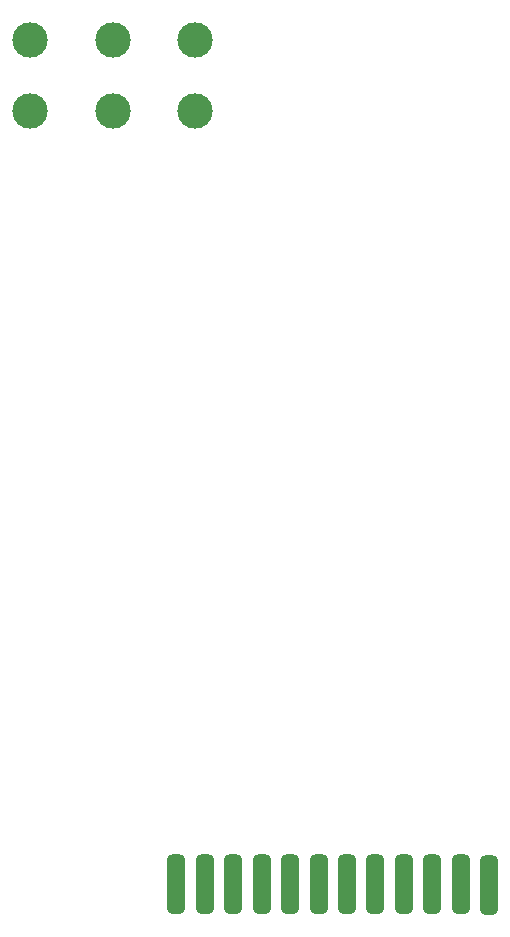
<source format=gbp>
G04 #@! TF.GenerationSoftware,KiCad,Pcbnew,7.0.7*
G04 #@! TF.CreationDate,2024-12-02T13:56:48+01:00*
G04 #@! TF.ProjectId,Finger_FSR_V1_length,46696e67-6572-45f4-9653-525f56315f6c,rev?*
G04 #@! TF.SameCoordinates,Original*
G04 #@! TF.FileFunction,Paste,Bot*
G04 #@! TF.FilePolarity,Positive*
%FSLAX46Y46*%
G04 Gerber Fmt 4.6, Leading zero omitted, Abs format (unit mm)*
G04 Created by KiCad (PCBNEW 7.0.7) date 2024-12-02 13:56:48*
%MOMM*%
%LPD*%
G01*
G04 APERTURE LIST*
G04 Aperture macros list*
%AMRoundRect*
0 Rectangle with rounded corners*
0 $1 Rounding radius*
0 $2 $3 $4 $5 $6 $7 $8 $9 X,Y pos of 4 corners*
0 Add a 4 corners polygon primitive as box body*
4,1,4,$2,$3,$4,$5,$6,$7,$8,$9,$2,$3,0*
0 Add four circle primitives for the rounded corners*
1,1,$1+$1,$2,$3*
1,1,$1+$1,$4,$5*
1,1,$1+$1,$6,$7*
1,1,$1+$1,$8,$9*
0 Add four rect primitives between the rounded corners*
20,1,$1+$1,$2,$3,$4,$5,0*
20,1,$1+$1,$4,$5,$6,$7,0*
20,1,$1+$1,$6,$7,$8,$9,0*
20,1,$1+$1,$8,$9,$2,$3,0*%
G04 Aperture macros list end*
%ADD10RoundRect,0.375000X-0.375000X2.125000X-0.375000X-2.125000X0.375000X-2.125000X0.375000X2.125000X0*%
%ADD11C,3.000000*%
%ADD12RoundRect,0.375000X0.375000X-2.125000X0.375000X2.125000X-0.375000X2.125000X-0.375000X-2.125000X0*%
G04 APERTURE END LIST*
D10*
X159469228Y-143500000D03*
X161876920Y-143500000D03*
D11*
X134800000Y-72000000D03*
D10*
X142615384Y-143500000D03*
X157061536Y-143500000D03*
D11*
X127800000Y-72000000D03*
D10*
X140207692Y-143500000D03*
X149838460Y-143500000D03*
X147430768Y-143500000D03*
X152246152Y-143500000D03*
X166692304Y-143570000D03*
D11*
X141800000Y-78000000D03*
X141800000Y-72000000D03*
X127800000Y-78000000D03*
D12*
X164284612Y-143500000D03*
D11*
X134800000Y-78000000D03*
D10*
X145023076Y-143500000D03*
X154653844Y-143500000D03*
M02*

</source>
